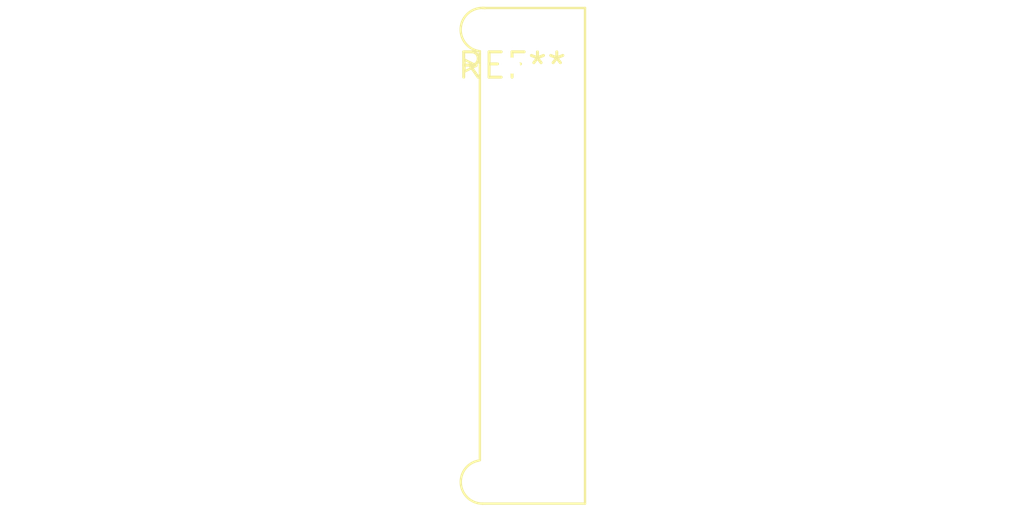
<source format=kicad_pcb>
(kicad_pcb (version 20240108) (generator pcbnew)
  (layers (0 "F.Cu" signal) (31 "B.Cu" signal) (34 "B.Paste" user) (35 "F.Paste" user) (36 "B.SilkS" user "B.Silkscreen") (37 "F.SilkS" user "F.Silkscreen") (38 "B.Mask" user) (39 "F.Mask" user) (44 "Edge.Cuts" user))
  (net 0 "")
  (footprint "Molex_Picoflex_90325-0016_2x08_P1.27mm_Vertical" (layer "F.Cu") (at 0 0)
    (property "Reference" "REF**")
    (property "Value" "Molex_Picoflex_90325-0016_2x08_P1.27mm_Vertical")
    (fp_line (start -2.38 -0.3) (end -2.38 0.3) (layer "F.SilkS") (stroke (width 0.12)))
    (fp_line (start -2.38 0.3) (end -1.78 0) (layer "F.SilkS") (stroke (width 0.12)))
    (fp_line (start -1.78 0) (end -2.38 -0.3) (layer "F.SilkS") (stroke (width 0.12)))
    (fp_line (start -1.61 -0.715) (end -1.61 19.765) (layer "F.SilkS") (stroke (width 0.12)))
    (fp_line (start -1.48 -2.885) (end 3.65 -2.885) (layer "F.SilkS") (stroke (width 0.12)))
    (fp_line (start 3.65 -2.885) (end 3.65 21.935) (layer "F.SilkS") (stroke (width 0.12)))
    (fp_line (start 3.65 21.935) (end -1.48 21.935) (layer "F.SilkS") (stroke (width 0.12)))
    (fp_arc (start -1.61 -0.72) (mid -2.56 -1.93) (end -1.35 -2.88) (layer "F.SilkS") (stroke (width 0.12)))
    (fp_arc (start -1.47 21.935) (mid -2.56 20.954526) (end -1.678256 19.78322) (layer "F.SilkS") (stroke (width 0.12)))
    (pad "" np_thru_hole circle (at -1.48 -1.8) (size 1.5 1.5) (drill 1.5) (layers *.Cu *.Mask))
    (pad "" np_thru_hole circle (at -1.48 20.85) (size 1.5 1.5) (drill 1.5) (layers *.Cu *.Mask))
    (pad "1" thru_hole roundrect (at 0 0) (size 1.8 1.3) (drill 0.8) (layers *.Cu *.Mask) (remove_unused_layers) (roundrect_rratio 0.192308))
    (pad "2" thru_hole oval (at 2.54 1.27) (size 1.8 1.3) (drill 0.8) (layers *.Cu *.Mask) (remove_unused_layers))
    (pad "3" thru_hole oval (at 0 2.54) (size 1.8 1.3) (drill 0.8) (layers *.Cu *.Mask) (remove_unused_layers))
    (pad "4" thru_hole oval (at 2.54 3.81) (size 1.8 1.3) (drill 0.8) (layers *.Cu *.Mask) (remove_unused_layers))
    (pad "5" thru_hole oval (at 0 5.08) (size 1.8 1.3) (drill 0.8) (layers *.Cu *.Mask) (remove_unused_layers))
    (pad "6" thru_hole oval (at 2.54 6.35) (size 1.8 1.3) (drill 0.8) (layers *.Cu *.Mask) (remove_unused_layers))
    (pad "7" thru_hole oval (at 0 7.62) (size 1.8 1.3) (drill 0.8) (layers *.Cu *.Mask) (remove_unused_layers))
    (pad "8" thru_hole oval (at 2.54 8.89) (size 1.8 1.3) (drill 0.8) (layers *.Cu *.Mask) (remove_unused_layers))
    (pad "9" thru_hole oval (at 0 10.16) (size 1.8 1.3) (drill 0.8) (layers *.Cu *.Mask) (remove_unused_layers))
    (pad "10" thru_hole oval (at 2.54 11.43) (size 1.8 1.3) (drill 0.8) (layers *.Cu *.Mask) (remove_unused_layers))
    (pad "11" thru_hole oval (at 0 12.7) (size 1.8 1.3) (drill 0.8) (layers *.Cu *.Mask) (remove_unused_layers))
    (pad "12" thru_hole oval (at 2.54 13.97) (size 1.8 1.3) (drill 0.8) (layers *.Cu *.Mask) (remove_unused_layers))
    (pad "13" thru_hole oval (at 0 15.24) (size 1.8 1.3) (drill 0.8) (layers *.Cu *.Mask) (remove_unused_layers))
    (pad "14" thru_hole oval (at 2.54 16.51) (size 1.8 1.3) (drill 0.8) (layers *.Cu *.Mask) (remove_unused_layers))
    (pad "15" thru_hole oval (at 0 17.78) (size 1.8 1.3) (drill 0.8) (layers *.Cu *.Mask) (remove_unused_layers))
    (pad "16" thru_hole oval (at 2.54 19.05) (size 1.8 1.3) (drill 0.8) (layers *.Cu *.Mask) (remove_unused_layers))
  )
)
</source>
